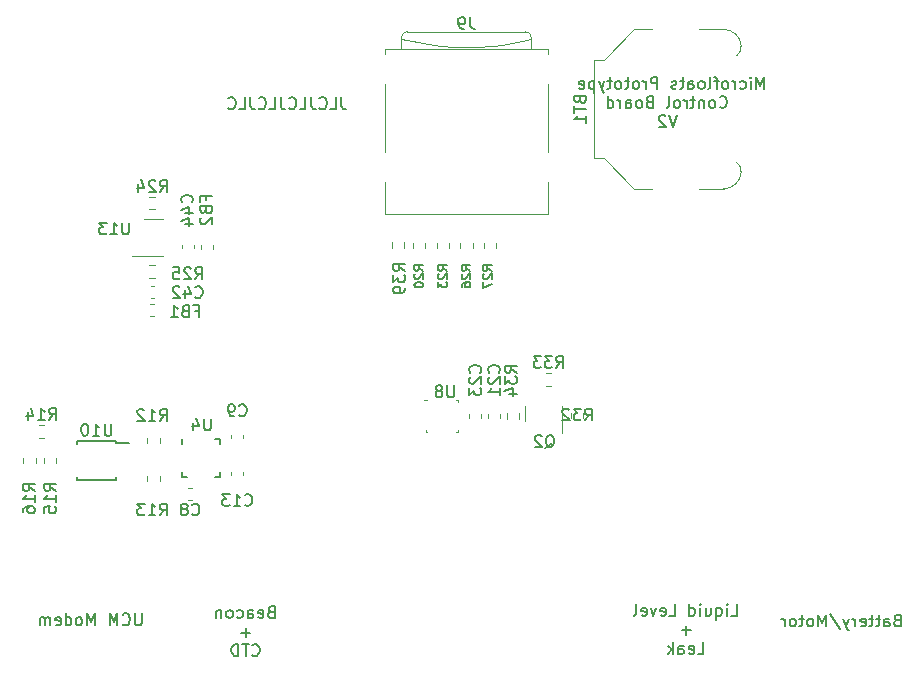
<source format=gbr>
%TF.GenerationSoftware,KiCad,Pcbnew,(6.0.2)*%
%TF.CreationDate,2022-04-01T12:33:14-04:00*%
%TF.ProjectId,ControlBoard,436f6e74-726f-46c4-926f-6172642e6b69,rev?*%
%TF.SameCoordinates,Original*%
%TF.FileFunction,Legend,Bot*%
%TF.FilePolarity,Positive*%
%FSLAX46Y46*%
G04 Gerber Fmt 4.6, Leading zero omitted, Abs format (unit mm)*
G04 Created by KiCad (PCBNEW (6.0.2)) date 2022-04-01 12:33:14*
%MOMM*%
%LPD*%
G01*
G04 APERTURE LIST*
%ADD10C,0.150000*%
%ADD11C,0.120000*%
%ADD12C,0.100000*%
G04 APERTURE END LIST*
D10*
X186466666Y-114528571D02*
X186323809Y-114576190D01*
X186276190Y-114623809D01*
X186228571Y-114719047D01*
X186228571Y-114861904D01*
X186276190Y-114957142D01*
X186323809Y-115004761D01*
X186419047Y-115052380D01*
X186800000Y-115052380D01*
X186800000Y-114052380D01*
X186466666Y-114052380D01*
X186371428Y-114100000D01*
X186323809Y-114147619D01*
X186276190Y-114242857D01*
X186276190Y-114338095D01*
X186323809Y-114433333D01*
X186371428Y-114480952D01*
X186466666Y-114528571D01*
X186800000Y-114528571D01*
X185371428Y-115052380D02*
X185371428Y-114528571D01*
X185419047Y-114433333D01*
X185514285Y-114385714D01*
X185704761Y-114385714D01*
X185800000Y-114433333D01*
X185371428Y-115004761D02*
X185466666Y-115052380D01*
X185704761Y-115052380D01*
X185800000Y-115004761D01*
X185847619Y-114909523D01*
X185847619Y-114814285D01*
X185800000Y-114719047D01*
X185704761Y-114671428D01*
X185466666Y-114671428D01*
X185371428Y-114623809D01*
X185038095Y-114385714D02*
X184657142Y-114385714D01*
X184895238Y-114052380D02*
X184895238Y-114909523D01*
X184847619Y-115004761D01*
X184752380Y-115052380D01*
X184657142Y-115052380D01*
X184466666Y-114385714D02*
X184085714Y-114385714D01*
X184323809Y-114052380D02*
X184323809Y-114909523D01*
X184276190Y-115004761D01*
X184180952Y-115052380D01*
X184085714Y-115052380D01*
X183371428Y-115004761D02*
X183466666Y-115052380D01*
X183657142Y-115052380D01*
X183752380Y-115004761D01*
X183800000Y-114909523D01*
X183800000Y-114528571D01*
X183752380Y-114433333D01*
X183657142Y-114385714D01*
X183466666Y-114385714D01*
X183371428Y-114433333D01*
X183323809Y-114528571D01*
X183323809Y-114623809D01*
X183800000Y-114719047D01*
X182895238Y-115052380D02*
X182895238Y-114385714D01*
X182895238Y-114576190D02*
X182847619Y-114480952D01*
X182800000Y-114433333D01*
X182704761Y-114385714D01*
X182609523Y-114385714D01*
X182371428Y-114385714D02*
X182133333Y-115052380D01*
X181895238Y-114385714D02*
X182133333Y-115052380D01*
X182228571Y-115290476D01*
X182276190Y-115338095D01*
X182371428Y-115385714D01*
X180800000Y-114004761D02*
X181657142Y-115290476D01*
X180466666Y-115052380D02*
X180466666Y-114052380D01*
X180133333Y-114766666D01*
X179800000Y-114052380D01*
X179800000Y-115052380D01*
X179180952Y-115052380D02*
X179276190Y-115004761D01*
X179323809Y-114957142D01*
X179371428Y-114861904D01*
X179371428Y-114576190D01*
X179323809Y-114480952D01*
X179276190Y-114433333D01*
X179180952Y-114385714D01*
X179038095Y-114385714D01*
X178942857Y-114433333D01*
X178895238Y-114480952D01*
X178847619Y-114576190D01*
X178847619Y-114861904D01*
X178895238Y-114957142D01*
X178942857Y-115004761D01*
X179038095Y-115052380D01*
X179180952Y-115052380D01*
X178561904Y-114385714D02*
X178180952Y-114385714D01*
X178419047Y-114052380D02*
X178419047Y-114909523D01*
X178371428Y-115004761D01*
X178276190Y-115052380D01*
X178180952Y-115052380D01*
X177704761Y-115052380D02*
X177800000Y-115004761D01*
X177847619Y-114957142D01*
X177895238Y-114861904D01*
X177895238Y-114576190D01*
X177847619Y-114480952D01*
X177800000Y-114433333D01*
X177704761Y-114385714D01*
X177561904Y-114385714D01*
X177466666Y-114433333D01*
X177419047Y-114480952D01*
X177371428Y-114576190D01*
X177371428Y-114861904D01*
X177419047Y-114957142D01*
X177466666Y-115004761D01*
X177561904Y-115052380D01*
X177704761Y-115052380D01*
X176942857Y-115052380D02*
X176942857Y-114385714D01*
X176942857Y-114576190D02*
X176895238Y-114480952D01*
X176847619Y-114433333D01*
X176752380Y-114385714D01*
X176657142Y-114385714D01*
X139419047Y-70252380D02*
X139419047Y-70966666D01*
X139466666Y-71109523D01*
X139561904Y-71204761D01*
X139704761Y-71252380D01*
X139800000Y-71252380D01*
X138466666Y-71252380D02*
X138942857Y-71252380D01*
X138942857Y-70252380D01*
X137561904Y-71157142D02*
X137609523Y-71204761D01*
X137752380Y-71252380D01*
X137847619Y-71252380D01*
X137990476Y-71204761D01*
X138085714Y-71109523D01*
X138133333Y-71014285D01*
X138180952Y-70823809D01*
X138180952Y-70680952D01*
X138133333Y-70490476D01*
X138085714Y-70395238D01*
X137990476Y-70300000D01*
X137847619Y-70252380D01*
X137752380Y-70252380D01*
X137609523Y-70300000D01*
X137561904Y-70347619D01*
X136847619Y-70252380D02*
X136847619Y-70966666D01*
X136895238Y-71109523D01*
X136990476Y-71204761D01*
X137133333Y-71252380D01*
X137228571Y-71252380D01*
X135895238Y-71252380D02*
X136371428Y-71252380D01*
X136371428Y-70252380D01*
X134990476Y-71157142D02*
X135038095Y-71204761D01*
X135180952Y-71252380D01*
X135276190Y-71252380D01*
X135419047Y-71204761D01*
X135514285Y-71109523D01*
X135561904Y-71014285D01*
X135609523Y-70823809D01*
X135609523Y-70680952D01*
X135561904Y-70490476D01*
X135514285Y-70395238D01*
X135419047Y-70300000D01*
X135276190Y-70252380D01*
X135180952Y-70252380D01*
X135038095Y-70300000D01*
X134990476Y-70347619D01*
X134276190Y-70252380D02*
X134276190Y-70966666D01*
X134323809Y-71109523D01*
X134419047Y-71204761D01*
X134561904Y-71252380D01*
X134657142Y-71252380D01*
X133323809Y-71252380D02*
X133800000Y-71252380D01*
X133800000Y-70252380D01*
X132419047Y-71157142D02*
X132466666Y-71204761D01*
X132609523Y-71252380D01*
X132704761Y-71252380D01*
X132847619Y-71204761D01*
X132942857Y-71109523D01*
X132990476Y-71014285D01*
X133038095Y-70823809D01*
X133038095Y-70680952D01*
X132990476Y-70490476D01*
X132942857Y-70395238D01*
X132847619Y-70300000D01*
X132704761Y-70252380D01*
X132609523Y-70252380D01*
X132466666Y-70300000D01*
X132419047Y-70347619D01*
X131704761Y-70252380D02*
X131704761Y-70966666D01*
X131752380Y-71109523D01*
X131847619Y-71204761D01*
X131990476Y-71252380D01*
X132085714Y-71252380D01*
X130752380Y-71252380D02*
X131228571Y-71252380D01*
X131228571Y-70252380D01*
X129847619Y-71157142D02*
X129895238Y-71204761D01*
X130038095Y-71252380D01*
X130133333Y-71252380D01*
X130276190Y-71204761D01*
X130371428Y-71109523D01*
X130419047Y-71014285D01*
X130466666Y-70823809D01*
X130466666Y-70680952D01*
X130419047Y-70490476D01*
X130371428Y-70395238D01*
X130276190Y-70300000D01*
X130133333Y-70252380D01*
X130038095Y-70252380D01*
X129895238Y-70300000D01*
X129847619Y-70347619D01*
X133442857Y-113818571D02*
X133300000Y-113866190D01*
X133252380Y-113913809D01*
X133204761Y-114009047D01*
X133204761Y-114151904D01*
X133252380Y-114247142D01*
X133300000Y-114294761D01*
X133395238Y-114342380D01*
X133776190Y-114342380D01*
X133776190Y-113342380D01*
X133442857Y-113342380D01*
X133347619Y-113390000D01*
X133300000Y-113437619D01*
X133252380Y-113532857D01*
X133252380Y-113628095D01*
X133300000Y-113723333D01*
X133347619Y-113770952D01*
X133442857Y-113818571D01*
X133776190Y-113818571D01*
X132395238Y-114294761D02*
X132490476Y-114342380D01*
X132680952Y-114342380D01*
X132776190Y-114294761D01*
X132823809Y-114199523D01*
X132823809Y-113818571D01*
X132776190Y-113723333D01*
X132680952Y-113675714D01*
X132490476Y-113675714D01*
X132395238Y-113723333D01*
X132347619Y-113818571D01*
X132347619Y-113913809D01*
X132823809Y-114009047D01*
X131490476Y-114342380D02*
X131490476Y-113818571D01*
X131538095Y-113723333D01*
X131633333Y-113675714D01*
X131823809Y-113675714D01*
X131919047Y-113723333D01*
X131490476Y-114294761D02*
X131585714Y-114342380D01*
X131823809Y-114342380D01*
X131919047Y-114294761D01*
X131966666Y-114199523D01*
X131966666Y-114104285D01*
X131919047Y-114009047D01*
X131823809Y-113961428D01*
X131585714Y-113961428D01*
X131490476Y-113913809D01*
X130585714Y-114294761D02*
X130680952Y-114342380D01*
X130871428Y-114342380D01*
X130966666Y-114294761D01*
X131014285Y-114247142D01*
X131061904Y-114151904D01*
X131061904Y-113866190D01*
X131014285Y-113770952D01*
X130966666Y-113723333D01*
X130871428Y-113675714D01*
X130680952Y-113675714D01*
X130585714Y-113723333D01*
X130014285Y-114342380D02*
X130109523Y-114294761D01*
X130157142Y-114247142D01*
X130204761Y-114151904D01*
X130204761Y-113866190D01*
X130157142Y-113770952D01*
X130109523Y-113723333D01*
X130014285Y-113675714D01*
X129871428Y-113675714D01*
X129776190Y-113723333D01*
X129728571Y-113770952D01*
X129680952Y-113866190D01*
X129680952Y-114151904D01*
X129728571Y-114247142D01*
X129776190Y-114294761D01*
X129871428Y-114342380D01*
X130014285Y-114342380D01*
X129252380Y-113675714D02*
X129252380Y-114342380D01*
X129252380Y-113770952D02*
X129204761Y-113723333D01*
X129109523Y-113675714D01*
X128966666Y-113675714D01*
X128871428Y-113723333D01*
X128823809Y-113818571D01*
X128823809Y-114342380D01*
X131680952Y-115571428D02*
X130919047Y-115571428D01*
X131300000Y-115952380D02*
X131300000Y-115190476D01*
X131871428Y-117467142D02*
X131919047Y-117514761D01*
X132061904Y-117562380D01*
X132157142Y-117562380D01*
X132300000Y-117514761D01*
X132395238Y-117419523D01*
X132442857Y-117324285D01*
X132490476Y-117133809D01*
X132490476Y-116990952D01*
X132442857Y-116800476D01*
X132395238Y-116705238D01*
X132300000Y-116610000D01*
X132157142Y-116562380D01*
X132061904Y-116562380D01*
X131919047Y-116610000D01*
X131871428Y-116657619D01*
X131585714Y-116562380D02*
X131014285Y-116562380D01*
X131300000Y-117562380D02*
X131300000Y-116562380D01*
X130680952Y-117562380D02*
X130680952Y-116562380D01*
X130442857Y-116562380D01*
X130300000Y-116610000D01*
X130204761Y-116705238D01*
X130157142Y-116800476D01*
X130109523Y-116990952D01*
X130109523Y-117133809D01*
X130157142Y-117324285D01*
X130204761Y-117419523D01*
X130300000Y-117514761D01*
X130442857Y-117562380D01*
X130680952Y-117562380D01*
X122509523Y-113952380D02*
X122509523Y-114761904D01*
X122461904Y-114857142D01*
X122414285Y-114904761D01*
X122319047Y-114952380D01*
X122128571Y-114952380D01*
X122033333Y-114904761D01*
X121985714Y-114857142D01*
X121938095Y-114761904D01*
X121938095Y-113952380D01*
X120890476Y-114857142D02*
X120938095Y-114904761D01*
X121080952Y-114952380D01*
X121176190Y-114952380D01*
X121319047Y-114904761D01*
X121414285Y-114809523D01*
X121461904Y-114714285D01*
X121509523Y-114523809D01*
X121509523Y-114380952D01*
X121461904Y-114190476D01*
X121414285Y-114095238D01*
X121319047Y-114000000D01*
X121176190Y-113952380D01*
X121080952Y-113952380D01*
X120938095Y-114000000D01*
X120890476Y-114047619D01*
X120461904Y-114952380D02*
X120461904Y-113952380D01*
X120128571Y-114666666D01*
X119795238Y-113952380D01*
X119795238Y-114952380D01*
X118557142Y-114952380D02*
X118557142Y-113952380D01*
X118223809Y-114666666D01*
X117890476Y-113952380D01*
X117890476Y-114952380D01*
X117271428Y-114952380D02*
X117366666Y-114904761D01*
X117414285Y-114857142D01*
X117461904Y-114761904D01*
X117461904Y-114476190D01*
X117414285Y-114380952D01*
X117366666Y-114333333D01*
X117271428Y-114285714D01*
X117128571Y-114285714D01*
X117033333Y-114333333D01*
X116985714Y-114380952D01*
X116938095Y-114476190D01*
X116938095Y-114761904D01*
X116985714Y-114857142D01*
X117033333Y-114904761D01*
X117128571Y-114952380D01*
X117271428Y-114952380D01*
X116080952Y-114952380D02*
X116080952Y-113952380D01*
X116080952Y-114904761D02*
X116176190Y-114952380D01*
X116366666Y-114952380D01*
X116461904Y-114904761D01*
X116509523Y-114857142D01*
X116557142Y-114761904D01*
X116557142Y-114476190D01*
X116509523Y-114380952D01*
X116461904Y-114333333D01*
X116366666Y-114285714D01*
X116176190Y-114285714D01*
X116080952Y-114333333D01*
X115223809Y-114904761D02*
X115319047Y-114952380D01*
X115509523Y-114952380D01*
X115604761Y-114904761D01*
X115652380Y-114809523D01*
X115652380Y-114428571D01*
X115604761Y-114333333D01*
X115509523Y-114285714D01*
X115319047Y-114285714D01*
X115223809Y-114333333D01*
X115176190Y-114428571D01*
X115176190Y-114523809D01*
X115652380Y-114619047D01*
X114747619Y-114952380D02*
X114747619Y-114285714D01*
X114747619Y-114380952D02*
X114700000Y-114333333D01*
X114604761Y-114285714D01*
X114461904Y-114285714D01*
X114366666Y-114333333D01*
X114319047Y-114428571D01*
X114319047Y-114952380D01*
X114319047Y-114428571D02*
X114271428Y-114333333D01*
X114176190Y-114285714D01*
X114033333Y-114285714D01*
X113938095Y-114333333D01*
X113890476Y-114428571D01*
X113890476Y-114952380D01*
X175214285Y-69542380D02*
X175214285Y-68542380D01*
X174880952Y-69256666D01*
X174547619Y-68542380D01*
X174547619Y-69542380D01*
X174071428Y-69542380D02*
X174071428Y-68875714D01*
X174071428Y-68542380D02*
X174119047Y-68590000D01*
X174071428Y-68637619D01*
X174023809Y-68590000D01*
X174071428Y-68542380D01*
X174071428Y-68637619D01*
X173166666Y-69494761D02*
X173261904Y-69542380D01*
X173452380Y-69542380D01*
X173547619Y-69494761D01*
X173595238Y-69447142D01*
X173642857Y-69351904D01*
X173642857Y-69066190D01*
X173595238Y-68970952D01*
X173547619Y-68923333D01*
X173452380Y-68875714D01*
X173261904Y-68875714D01*
X173166666Y-68923333D01*
X172738095Y-69542380D02*
X172738095Y-68875714D01*
X172738095Y-69066190D02*
X172690476Y-68970952D01*
X172642857Y-68923333D01*
X172547619Y-68875714D01*
X172452380Y-68875714D01*
X171976190Y-69542380D02*
X172071428Y-69494761D01*
X172119047Y-69447142D01*
X172166666Y-69351904D01*
X172166666Y-69066190D01*
X172119047Y-68970952D01*
X172071428Y-68923333D01*
X171976190Y-68875714D01*
X171833333Y-68875714D01*
X171738095Y-68923333D01*
X171690476Y-68970952D01*
X171642857Y-69066190D01*
X171642857Y-69351904D01*
X171690476Y-69447142D01*
X171738095Y-69494761D01*
X171833333Y-69542380D01*
X171976190Y-69542380D01*
X171357142Y-68875714D02*
X170976190Y-68875714D01*
X171214285Y-69542380D02*
X171214285Y-68685238D01*
X171166666Y-68590000D01*
X171071428Y-68542380D01*
X170976190Y-68542380D01*
X170500000Y-69542380D02*
X170595238Y-69494761D01*
X170642857Y-69399523D01*
X170642857Y-68542380D01*
X169976190Y-69542380D02*
X170071428Y-69494761D01*
X170119047Y-69447142D01*
X170166666Y-69351904D01*
X170166666Y-69066190D01*
X170119047Y-68970952D01*
X170071428Y-68923333D01*
X169976190Y-68875714D01*
X169833333Y-68875714D01*
X169738095Y-68923333D01*
X169690476Y-68970952D01*
X169642857Y-69066190D01*
X169642857Y-69351904D01*
X169690476Y-69447142D01*
X169738095Y-69494761D01*
X169833333Y-69542380D01*
X169976190Y-69542380D01*
X168785714Y-69542380D02*
X168785714Y-69018571D01*
X168833333Y-68923333D01*
X168928571Y-68875714D01*
X169119047Y-68875714D01*
X169214285Y-68923333D01*
X168785714Y-69494761D02*
X168880952Y-69542380D01*
X169119047Y-69542380D01*
X169214285Y-69494761D01*
X169261904Y-69399523D01*
X169261904Y-69304285D01*
X169214285Y-69209047D01*
X169119047Y-69161428D01*
X168880952Y-69161428D01*
X168785714Y-69113809D01*
X168452380Y-68875714D02*
X168071428Y-68875714D01*
X168309523Y-68542380D02*
X168309523Y-69399523D01*
X168261904Y-69494761D01*
X168166666Y-69542380D01*
X168071428Y-69542380D01*
X167785714Y-69494761D02*
X167690476Y-69542380D01*
X167500000Y-69542380D01*
X167404761Y-69494761D01*
X167357142Y-69399523D01*
X167357142Y-69351904D01*
X167404761Y-69256666D01*
X167500000Y-69209047D01*
X167642857Y-69209047D01*
X167738095Y-69161428D01*
X167785714Y-69066190D01*
X167785714Y-69018571D01*
X167738095Y-68923333D01*
X167642857Y-68875714D01*
X167500000Y-68875714D01*
X167404761Y-68923333D01*
X166166666Y-69542380D02*
X166166666Y-68542380D01*
X165785714Y-68542380D01*
X165690476Y-68590000D01*
X165642857Y-68637619D01*
X165595238Y-68732857D01*
X165595238Y-68875714D01*
X165642857Y-68970952D01*
X165690476Y-69018571D01*
X165785714Y-69066190D01*
X166166666Y-69066190D01*
X165166666Y-69542380D02*
X165166666Y-68875714D01*
X165166666Y-69066190D02*
X165119047Y-68970952D01*
X165071428Y-68923333D01*
X164976190Y-68875714D01*
X164880952Y-68875714D01*
X164404761Y-69542380D02*
X164500000Y-69494761D01*
X164547619Y-69447142D01*
X164595238Y-69351904D01*
X164595238Y-69066190D01*
X164547619Y-68970952D01*
X164500000Y-68923333D01*
X164404761Y-68875714D01*
X164261904Y-68875714D01*
X164166666Y-68923333D01*
X164119047Y-68970952D01*
X164071428Y-69066190D01*
X164071428Y-69351904D01*
X164119047Y-69447142D01*
X164166666Y-69494761D01*
X164261904Y-69542380D01*
X164404761Y-69542380D01*
X163785714Y-68875714D02*
X163404761Y-68875714D01*
X163642857Y-68542380D02*
X163642857Y-69399523D01*
X163595238Y-69494761D01*
X163500000Y-69542380D01*
X163404761Y-69542380D01*
X162928571Y-69542380D02*
X163023809Y-69494761D01*
X163071428Y-69447142D01*
X163119047Y-69351904D01*
X163119047Y-69066190D01*
X163071428Y-68970952D01*
X163023809Y-68923333D01*
X162928571Y-68875714D01*
X162785714Y-68875714D01*
X162690476Y-68923333D01*
X162642857Y-68970952D01*
X162595238Y-69066190D01*
X162595238Y-69351904D01*
X162642857Y-69447142D01*
X162690476Y-69494761D01*
X162785714Y-69542380D01*
X162928571Y-69542380D01*
X162309523Y-68875714D02*
X161928571Y-68875714D01*
X162166666Y-68542380D02*
X162166666Y-69399523D01*
X162119047Y-69494761D01*
X162023809Y-69542380D01*
X161928571Y-69542380D01*
X161690476Y-68875714D02*
X161452380Y-69542380D01*
X161214285Y-68875714D02*
X161452380Y-69542380D01*
X161547619Y-69780476D01*
X161595238Y-69828095D01*
X161690476Y-69875714D01*
X160833333Y-68875714D02*
X160833333Y-69875714D01*
X160833333Y-68923333D02*
X160738095Y-68875714D01*
X160547619Y-68875714D01*
X160452380Y-68923333D01*
X160404761Y-68970952D01*
X160357142Y-69066190D01*
X160357142Y-69351904D01*
X160404761Y-69447142D01*
X160452380Y-69494761D01*
X160547619Y-69542380D01*
X160738095Y-69542380D01*
X160833333Y-69494761D01*
X159547619Y-69494761D02*
X159642857Y-69542380D01*
X159833333Y-69542380D01*
X159928571Y-69494761D01*
X159976190Y-69399523D01*
X159976190Y-69018571D01*
X159928571Y-68923333D01*
X159833333Y-68875714D01*
X159642857Y-68875714D01*
X159547619Y-68923333D01*
X159500000Y-69018571D01*
X159500000Y-69113809D01*
X159976190Y-69209047D01*
X171452380Y-71057142D02*
X171500000Y-71104761D01*
X171642857Y-71152380D01*
X171738095Y-71152380D01*
X171880952Y-71104761D01*
X171976190Y-71009523D01*
X172023809Y-70914285D01*
X172071428Y-70723809D01*
X172071428Y-70580952D01*
X172023809Y-70390476D01*
X171976190Y-70295238D01*
X171880952Y-70200000D01*
X171738095Y-70152380D01*
X171642857Y-70152380D01*
X171500000Y-70200000D01*
X171452380Y-70247619D01*
X170880952Y-71152380D02*
X170976190Y-71104761D01*
X171023809Y-71057142D01*
X171071428Y-70961904D01*
X171071428Y-70676190D01*
X171023809Y-70580952D01*
X170976190Y-70533333D01*
X170880952Y-70485714D01*
X170738095Y-70485714D01*
X170642857Y-70533333D01*
X170595238Y-70580952D01*
X170547619Y-70676190D01*
X170547619Y-70961904D01*
X170595238Y-71057142D01*
X170642857Y-71104761D01*
X170738095Y-71152380D01*
X170880952Y-71152380D01*
X170119047Y-70485714D02*
X170119047Y-71152380D01*
X170119047Y-70580952D02*
X170071428Y-70533333D01*
X169976190Y-70485714D01*
X169833333Y-70485714D01*
X169738095Y-70533333D01*
X169690476Y-70628571D01*
X169690476Y-71152380D01*
X169357142Y-70485714D02*
X168976190Y-70485714D01*
X169214285Y-70152380D02*
X169214285Y-71009523D01*
X169166666Y-71104761D01*
X169071428Y-71152380D01*
X168976190Y-71152380D01*
X168642857Y-71152380D02*
X168642857Y-70485714D01*
X168642857Y-70676190D02*
X168595238Y-70580952D01*
X168547619Y-70533333D01*
X168452380Y-70485714D01*
X168357142Y-70485714D01*
X167880952Y-71152380D02*
X167976190Y-71104761D01*
X168023809Y-71057142D01*
X168071428Y-70961904D01*
X168071428Y-70676190D01*
X168023809Y-70580952D01*
X167976190Y-70533333D01*
X167880952Y-70485714D01*
X167738095Y-70485714D01*
X167642857Y-70533333D01*
X167595238Y-70580952D01*
X167547619Y-70676190D01*
X167547619Y-70961904D01*
X167595238Y-71057142D01*
X167642857Y-71104761D01*
X167738095Y-71152380D01*
X167880952Y-71152380D01*
X166976190Y-71152380D02*
X167071428Y-71104761D01*
X167119047Y-71009523D01*
X167119047Y-70152380D01*
X165500000Y-70628571D02*
X165357142Y-70676190D01*
X165309523Y-70723809D01*
X165261904Y-70819047D01*
X165261904Y-70961904D01*
X165309523Y-71057142D01*
X165357142Y-71104761D01*
X165452380Y-71152380D01*
X165833333Y-71152380D01*
X165833333Y-70152380D01*
X165500000Y-70152380D01*
X165404761Y-70200000D01*
X165357142Y-70247619D01*
X165309523Y-70342857D01*
X165309523Y-70438095D01*
X165357142Y-70533333D01*
X165404761Y-70580952D01*
X165500000Y-70628571D01*
X165833333Y-70628571D01*
X164690476Y-71152380D02*
X164785714Y-71104761D01*
X164833333Y-71057142D01*
X164880952Y-70961904D01*
X164880952Y-70676190D01*
X164833333Y-70580952D01*
X164785714Y-70533333D01*
X164690476Y-70485714D01*
X164547619Y-70485714D01*
X164452380Y-70533333D01*
X164404761Y-70580952D01*
X164357142Y-70676190D01*
X164357142Y-70961904D01*
X164404761Y-71057142D01*
X164452380Y-71104761D01*
X164547619Y-71152380D01*
X164690476Y-71152380D01*
X163500000Y-71152380D02*
X163500000Y-70628571D01*
X163547619Y-70533333D01*
X163642857Y-70485714D01*
X163833333Y-70485714D01*
X163928571Y-70533333D01*
X163500000Y-71104761D02*
X163595238Y-71152380D01*
X163833333Y-71152380D01*
X163928571Y-71104761D01*
X163976190Y-71009523D01*
X163976190Y-70914285D01*
X163928571Y-70819047D01*
X163833333Y-70771428D01*
X163595238Y-70771428D01*
X163500000Y-70723809D01*
X163023809Y-71152380D02*
X163023809Y-70485714D01*
X163023809Y-70676190D02*
X162976190Y-70580952D01*
X162928571Y-70533333D01*
X162833333Y-70485714D01*
X162738095Y-70485714D01*
X161976190Y-71152380D02*
X161976190Y-70152380D01*
X161976190Y-71104761D02*
X162071428Y-71152380D01*
X162261904Y-71152380D01*
X162357142Y-71104761D01*
X162404761Y-71057142D01*
X162452380Y-70961904D01*
X162452380Y-70676190D01*
X162404761Y-70580952D01*
X162357142Y-70533333D01*
X162261904Y-70485714D01*
X162071428Y-70485714D01*
X161976190Y-70533333D01*
X167809523Y-71762380D02*
X167476190Y-72762380D01*
X167142857Y-71762380D01*
X166857142Y-71857619D02*
X166809523Y-71810000D01*
X166714285Y-71762380D01*
X166476190Y-71762380D01*
X166380952Y-71810000D01*
X166333333Y-71857619D01*
X166285714Y-71952857D01*
X166285714Y-72048095D01*
X166333333Y-72190952D01*
X166904761Y-72762380D01*
X166285714Y-72762380D01*
X172409523Y-114142380D02*
X172885714Y-114142380D01*
X172885714Y-113142380D01*
X172076190Y-114142380D02*
X172076190Y-113475714D01*
X172076190Y-113142380D02*
X172123809Y-113190000D01*
X172076190Y-113237619D01*
X172028571Y-113190000D01*
X172076190Y-113142380D01*
X172076190Y-113237619D01*
X171171428Y-113475714D02*
X171171428Y-114475714D01*
X171171428Y-114094761D02*
X171266666Y-114142380D01*
X171457142Y-114142380D01*
X171552380Y-114094761D01*
X171600000Y-114047142D01*
X171647619Y-113951904D01*
X171647619Y-113666190D01*
X171600000Y-113570952D01*
X171552380Y-113523333D01*
X171457142Y-113475714D01*
X171266666Y-113475714D01*
X171171428Y-113523333D01*
X170266666Y-113475714D02*
X170266666Y-114142380D01*
X170695238Y-113475714D02*
X170695238Y-113999523D01*
X170647619Y-114094761D01*
X170552380Y-114142380D01*
X170409523Y-114142380D01*
X170314285Y-114094761D01*
X170266666Y-114047142D01*
X169790476Y-114142380D02*
X169790476Y-113475714D01*
X169790476Y-113142380D02*
X169838095Y-113190000D01*
X169790476Y-113237619D01*
X169742857Y-113190000D01*
X169790476Y-113142380D01*
X169790476Y-113237619D01*
X168885714Y-114142380D02*
X168885714Y-113142380D01*
X168885714Y-114094761D02*
X168980952Y-114142380D01*
X169171428Y-114142380D01*
X169266666Y-114094761D01*
X169314285Y-114047142D01*
X169361904Y-113951904D01*
X169361904Y-113666190D01*
X169314285Y-113570952D01*
X169266666Y-113523333D01*
X169171428Y-113475714D01*
X168980952Y-113475714D01*
X168885714Y-113523333D01*
X167171428Y-114142380D02*
X167647619Y-114142380D01*
X167647619Y-113142380D01*
X166457142Y-114094761D02*
X166552380Y-114142380D01*
X166742857Y-114142380D01*
X166838095Y-114094761D01*
X166885714Y-113999523D01*
X166885714Y-113618571D01*
X166838095Y-113523333D01*
X166742857Y-113475714D01*
X166552380Y-113475714D01*
X166457142Y-113523333D01*
X166409523Y-113618571D01*
X166409523Y-113713809D01*
X166885714Y-113809047D01*
X166076190Y-113475714D02*
X165838095Y-114142380D01*
X165600000Y-113475714D01*
X164838095Y-114094761D02*
X164933333Y-114142380D01*
X165123809Y-114142380D01*
X165219047Y-114094761D01*
X165266666Y-113999523D01*
X165266666Y-113618571D01*
X165219047Y-113523333D01*
X165123809Y-113475714D01*
X164933333Y-113475714D01*
X164838095Y-113523333D01*
X164790476Y-113618571D01*
X164790476Y-113713809D01*
X165266666Y-113809047D01*
X164219047Y-114142380D02*
X164314285Y-114094761D01*
X164361904Y-113999523D01*
X164361904Y-113142380D01*
X168980952Y-115371428D02*
X168219047Y-115371428D01*
X168600000Y-115752380D02*
X168600000Y-114990476D01*
X169576190Y-117362380D02*
X170052380Y-117362380D01*
X170052380Y-116362380D01*
X168861904Y-117314761D02*
X168957142Y-117362380D01*
X169147619Y-117362380D01*
X169242857Y-117314761D01*
X169290476Y-117219523D01*
X169290476Y-116838571D01*
X169242857Y-116743333D01*
X169147619Y-116695714D01*
X168957142Y-116695714D01*
X168861904Y-116743333D01*
X168814285Y-116838571D01*
X168814285Y-116933809D01*
X169290476Y-117029047D01*
X167957142Y-117362380D02*
X167957142Y-116838571D01*
X168004761Y-116743333D01*
X168100000Y-116695714D01*
X168290476Y-116695714D01*
X168385714Y-116743333D01*
X167957142Y-117314761D02*
X168052380Y-117362380D01*
X168290476Y-117362380D01*
X168385714Y-117314761D01*
X168433333Y-117219523D01*
X168433333Y-117124285D01*
X168385714Y-117029047D01*
X168290476Y-116981428D01*
X168052380Y-116981428D01*
X167957142Y-116933809D01*
X167480952Y-117362380D02*
X167480952Y-116362380D01*
X167385714Y-116981428D02*
X167100000Y-117362380D01*
X167100000Y-116695714D02*
X167480952Y-117076666D01*
%TO.C,C8*%
X126779166Y-105557142D02*
X126826785Y-105604761D01*
X126969642Y-105652380D01*
X127064880Y-105652380D01*
X127207738Y-105604761D01*
X127302976Y-105509523D01*
X127350595Y-105414285D01*
X127398214Y-105223809D01*
X127398214Y-105080952D01*
X127350595Y-104890476D01*
X127302976Y-104795238D01*
X127207738Y-104700000D01*
X127064880Y-104652380D01*
X126969642Y-104652380D01*
X126826785Y-104700000D01*
X126779166Y-104747619D01*
X126207738Y-105080952D02*
X126302976Y-105033333D01*
X126350595Y-104985714D01*
X126398214Y-104890476D01*
X126398214Y-104842857D01*
X126350595Y-104747619D01*
X126302976Y-104700000D01*
X126207738Y-104652380D01*
X126017261Y-104652380D01*
X125922023Y-104700000D01*
X125874404Y-104747619D01*
X125826785Y-104842857D01*
X125826785Y-104890476D01*
X125874404Y-104985714D01*
X125922023Y-105033333D01*
X126017261Y-105080952D01*
X126207738Y-105080952D01*
X126302976Y-105128571D01*
X126350595Y-105176190D01*
X126398214Y-105271428D01*
X126398214Y-105461904D01*
X126350595Y-105557142D01*
X126302976Y-105604761D01*
X126207738Y-105652380D01*
X126017261Y-105652380D01*
X125922023Y-105604761D01*
X125874404Y-105557142D01*
X125826785Y-105461904D01*
X125826785Y-105271428D01*
X125874404Y-105176190D01*
X125922023Y-105128571D01*
X126017261Y-105080952D01*
%TO.C,C9*%
X130766666Y-97157142D02*
X130814285Y-97204761D01*
X130957142Y-97252380D01*
X131052380Y-97252380D01*
X131195238Y-97204761D01*
X131290476Y-97109523D01*
X131338095Y-97014285D01*
X131385714Y-96823809D01*
X131385714Y-96680952D01*
X131338095Y-96490476D01*
X131290476Y-96395238D01*
X131195238Y-96300000D01*
X131052380Y-96252380D01*
X130957142Y-96252380D01*
X130814285Y-96300000D01*
X130766666Y-96347619D01*
X130290476Y-97252380D02*
X130100000Y-97252380D01*
X130004761Y-97204761D01*
X129957142Y-97157142D01*
X129861904Y-97014285D01*
X129814285Y-96823809D01*
X129814285Y-96442857D01*
X129861904Y-96347619D01*
X129909523Y-96300000D01*
X130004761Y-96252380D01*
X130195238Y-96252380D01*
X130290476Y-96300000D01*
X130338095Y-96347619D01*
X130385714Y-96442857D01*
X130385714Y-96680952D01*
X130338095Y-96776190D01*
X130290476Y-96823809D01*
X130195238Y-96871428D01*
X130004761Y-96871428D01*
X129909523Y-96823809D01*
X129861904Y-96776190D01*
X129814285Y-96680952D01*
%TO.C,C13*%
X131242857Y-104757142D02*
X131290476Y-104804761D01*
X131433333Y-104852380D01*
X131528571Y-104852380D01*
X131671428Y-104804761D01*
X131766666Y-104709523D01*
X131814285Y-104614285D01*
X131861904Y-104423809D01*
X131861904Y-104280952D01*
X131814285Y-104090476D01*
X131766666Y-103995238D01*
X131671428Y-103900000D01*
X131528571Y-103852380D01*
X131433333Y-103852380D01*
X131290476Y-103900000D01*
X131242857Y-103947619D01*
X130290476Y-104852380D02*
X130861904Y-104852380D01*
X130576190Y-104852380D02*
X130576190Y-103852380D01*
X130671428Y-103995238D01*
X130766666Y-104090476D01*
X130861904Y-104138095D01*
X129957142Y-103852380D02*
X129338095Y-103852380D01*
X129671428Y-104233333D01*
X129528571Y-104233333D01*
X129433333Y-104280952D01*
X129385714Y-104328571D01*
X129338095Y-104423809D01*
X129338095Y-104661904D01*
X129385714Y-104757142D01*
X129433333Y-104804761D01*
X129528571Y-104852380D01*
X129814285Y-104852380D01*
X129909523Y-104804761D01*
X129957142Y-104757142D01*
%TO.C,C44*%
X126757142Y-79157142D02*
X126804761Y-79109523D01*
X126852380Y-78966666D01*
X126852380Y-78871428D01*
X126804761Y-78728571D01*
X126709523Y-78633333D01*
X126614285Y-78585714D01*
X126423809Y-78538095D01*
X126280952Y-78538095D01*
X126090476Y-78585714D01*
X125995238Y-78633333D01*
X125900000Y-78728571D01*
X125852380Y-78871428D01*
X125852380Y-78966666D01*
X125900000Y-79109523D01*
X125947619Y-79157142D01*
X126185714Y-80014285D02*
X126852380Y-80014285D01*
X125804761Y-79776190D02*
X126519047Y-79538095D01*
X126519047Y-80157142D01*
X126185714Y-80966666D02*
X126852380Y-80966666D01*
X125804761Y-80728571D02*
X126519047Y-80490476D01*
X126519047Y-81109523D01*
%TO.C,FB1*%
X127033333Y-88328571D02*
X127366666Y-88328571D01*
X127366666Y-88852380D02*
X127366666Y-87852380D01*
X126890476Y-87852380D01*
X126176190Y-88328571D02*
X126033333Y-88376190D01*
X125985714Y-88423809D01*
X125938095Y-88519047D01*
X125938095Y-88661904D01*
X125985714Y-88757142D01*
X126033333Y-88804761D01*
X126128571Y-88852380D01*
X126509523Y-88852380D01*
X126509523Y-87852380D01*
X126176190Y-87852380D01*
X126080952Y-87900000D01*
X126033333Y-87947619D01*
X125985714Y-88042857D01*
X125985714Y-88138095D01*
X126033333Y-88233333D01*
X126080952Y-88280952D01*
X126176190Y-88328571D01*
X126509523Y-88328571D01*
X124985714Y-88852380D02*
X125557142Y-88852380D01*
X125271428Y-88852380D02*
X125271428Y-87852380D01*
X125366666Y-87995238D01*
X125461904Y-88090476D01*
X125557142Y-88138095D01*
%TO.C,FB2*%
X127928571Y-78966666D02*
X127928571Y-78633333D01*
X128452380Y-78633333D02*
X127452380Y-78633333D01*
X127452380Y-79109523D01*
X127928571Y-79823809D02*
X127976190Y-79966666D01*
X128023809Y-80014285D01*
X128119047Y-80061904D01*
X128261904Y-80061904D01*
X128357142Y-80014285D01*
X128404761Y-79966666D01*
X128452380Y-79871428D01*
X128452380Y-79490476D01*
X127452380Y-79490476D01*
X127452380Y-79823809D01*
X127500000Y-79919047D01*
X127547619Y-79966666D01*
X127642857Y-80014285D01*
X127738095Y-80014285D01*
X127833333Y-79966666D01*
X127880952Y-79919047D01*
X127928571Y-79823809D01*
X127928571Y-79490476D01*
X127547619Y-80442857D02*
X127500000Y-80490476D01*
X127452380Y-80585714D01*
X127452380Y-80823809D01*
X127500000Y-80919047D01*
X127547619Y-80966666D01*
X127642857Y-81014285D01*
X127738095Y-81014285D01*
X127880952Y-80966666D01*
X128452380Y-80395238D01*
X128452380Y-81014285D01*
%TO.C,Q2*%
X156695238Y-99947619D02*
X156790476Y-99900000D01*
X156885714Y-99804761D01*
X157028571Y-99661904D01*
X157123809Y-99614285D01*
X157219047Y-99614285D01*
X157171428Y-99852380D02*
X157266666Y-99804761D01*
X157361904Y-99709523D01*
X157409523Y-99519047D01*
X157409523Y-99185714D01*
X157361904Y-98995238D01*
X157266666Y-98900000D01*
X157171428Y-98852380D01*
X156980952Y-98852380D01*
X156885714Y-98900000D01*
X156790476Y-98995238D01*
X156742857Y-99185714D01*
X156742857Y-99519047D01*
X156790476Y-99709523D01*
X156885714Y-99804761D01*
X156980952Y-99852380D01*
X157171428Y-99852380D01*
X156361904Y-98947619D02*
X156314285Y-98900000D01*
X156219047Y-98852380D01*
X155980952Y-98852380D01*
X155885714Y-98900000D01*
X155838095Y-98947619D01*
X155790476Y-99042857D01*
X155790476Y-99138095D01*
X155838095Y-99280952D01*
X156409523Y-99852380D01*
X155790476Y-99852380D01*
%TO.C,R14*%
X114680357Y-97572380D02*
X115013690Y-97096190D01*
X115251785Y-97572380D02*
X115251785Y-96572380D01*
X114870833Y-96572380D01*
X114775595Y-96620000D01*
X114727976Y-96667619D01*
X114680357Y-96762857D01*
X114680357Y-96905714D01*
X114727976Y-97000952D01*
X114775595Y-97048571D01*
X114870833Y-97096190D01*
X115251785Y-97096190D01*
X113727976Y-97572380D02*
X114299404Y-97572380D01*
X114013690Y-97572380D02*
X114013690Y-96572380D01*
X114108928Y-96715238D01*
X114204166Y-96810476D01*
X114299404Y-96858095D01*
X112870833Y-96905714D02*
X112870833Y-97572380D01*
X113108928Y-96524761D02*
X113347023Y-97239047D01*
X112727976Y-97239047D01*
%TO.C,R15*%
X115252380Y-103557142D02*
X114776190Y-103223809D01*
X115252380Y-102985714D02*
X114252380Y-102985714D01*
X114252380Y-103366666D01*
X114300000Y-103461904D01*
X114347619Y-103509523D01*
X114442857Y-103557142D01*
X114585714Y-103557142D01*
X114680952Y-103509523D01*
X114728571Y-103461904D01*
X114776190Y-103366666D01*
X114776190Y-102985714D01*
X115252380Y-104509523D02*
X115252380Y-103938095D01*
X115252380Y-104223809D02*
X114252380Y-104223809D01*
X114395238Y-104128571D01*
X114490476Y-104033333D01*
X114538095Y-103938095D01*
X114252380Y-105414285D02*
X114252380Y-104938095D01*
X114728571Y-104890476D01*
X114680952Y-104938095D01*
X114633333Y-105033333D01*
X114633333Y-105271428D01*
X114680952Y-105366666D01*
X114728571Y-105414285D01*
X114823809Y-105461904D01*
X115061904Y-105461904D01*
X115157142Y-105414285D01*
X115204761Y-105366666D01*
X115252380Y-105271428D01*
X115252380Y-105033333D01*
X115204761Y-104938095D01*
X115157142Y-104890476D01*
%TO.C,R16*%
X113452380Y-103557142D02*
X112976190Y-103223809D01*
X113452380Y-102985714D02*
X112452380Y-102985714D01*
X112452380Y-103366666D01*
X112500000Y-103461904D01*
X112547619Y-103509523D01*
X112642857Y-103557142D01*
X112785714Y-103557142D01*
X112880952Y-103509523D01*
X112928571Y-103461904D01*
X112976190Y-103366666D01*
X112976190Y-102985714D01*
X113452380Y-104509523D02*
X113452380Y-103938095D01*
X113452380Y-104223809D02*
X112452380Y-104223809D01*
X112595238Y-104128571D01*
X112690476Y-104033333D01*
X112738095Y-103938095D01*
X112452380Y-105366666D02*
X112452380Y-105176190D01*
X112500000Y-105080952D01*
X112547619Y-105033333D01*
X112690476Y-104938095D01*
X112880952Y-104890476D01*
X113261904Y-104890476D01*
X113357142Y-104938095D01*
X113404761Y-104985714D01*
X113452380Y-105080952D01*
X113452380Y-105271428D01*
X113404761Y-105366666D01*
X113357142Y-105414285D01*
X113261904Y-105461904D01*
X113023809Y-105461904D01*
X112928571Y-105414285D01*
X112880952Y-105366666D01*
X112833333Y-105271428D01*
X112833333Y-105080952D01*
X112880952Y-104985714D01*
X112928571Y-104938095D01*
X113023809Y-104890476D01*
%TO.C,R20*%
X146339285Y-84917857D02*
X145982142Y-84667857D01*
X146339285Y-84489285D02*
X145589285Y-84489285D01*
X145589285Y-84775000D01*
X145625000Y-84846428D01*
X145660714Y-84882142D01*
X145732142Y-84917857D01*
X145839285Y-84917857D01*
X145910714Y-84882142D01*
X145946428Y-84846428D01*
X145982142Y-84775000D01*
X145982142Y-84489285D01*
X145660714Y-85203571D02*
X145625000Y-85239285D01*
X145589285Y-85310714D01*
X145589285Y-85489285D01*
X145625000Y-85560714D01*
X145660714Y-85596428D01*
X145732142Y-85632142D01*
X145803571Y-85632142D01*
X145910714Y-85596428D01*
X146339285Y-85167857D01*
X146339285Y-85632142D01*
X145589285Y-86096428D02*
X145589285Y-86167857D01*
X145625000Y-86239285D01*
X145660714Y-86275000D01*
X145732142Y-86310714D01*
X145875000Y-86346428D01*
X146053571Y-86346428D01*
X146196428Y-86310714D01*
X146267857Y-86275000D01*
X146303571Y-86239285D01*
X146339285Y-86167857D01*
X146339285Y-86096428D01*
X146303571Y-86025000D01*
X146267857Y-85989285D01*
X146196428Y-85953571D01*
X146053571Y-85917857D01*
X145875000Y-85917857D01*
X145732142Y-85953571D01*
X145660714Y-85989285D01*
X145625000Y-86025000D01*
X145589285Y-86096428D01*
%TO.C,R23*%
X148339285Y-84917857D02*
X147982142Y-84667857D01*
X148339285Y-84489285D02*
X147589285Y-84489285D01*
X147589285Y-84775000D01*
X147625000Y-84846428D01*
X147660714Y-84882142D01*
X147732142Y-84917857D01*
X147839285Y-84917857D01*
X147910714Y-84882142D01*
X147946428Y-84846428D01*
X147982142Y-84775000D01*
X147982142Y-84489285D01*
X147660714Y-85203571D02*
X147625000Y-85239285D01*
X147589285Y-85310714D01*
X147589285Y-85489285D01*
X147625000Y-85560714D01*
X147660714Y-85596428D01*
X147732142Y-85632142D01*
X147803571Y-85632142D01*
X147910714Y-85596428D01*
X148339285Y-85167857D01*
X148339285Y-85632142D01*
X147589285Y-85882142D02*
X147589285Y-86346428D01*
X147875000Y-86096428D01*
X147875000Y-86203571D01*
X147910714Y-86275000D01*
X147946428Y-86310714D01*
X148017857Y-86346428D01*
X148196428Y-86346428D01*
X148267857Y-86310714D01*
X148303571Y-86275000D01*
X148339285Y-86203571D01*
X148339285Y-85989285D01*
X148303571Y-85917857D01*
X148267857Y-85882142D01*
%TO.C,R24*%
X124042857Y-78252380D02*
X124376190Y-77776190D01*
X124614285Y-78252380D02*
X124614285Y-77252380D01*
X124233333Y-77252380D01*
X124138095Y-77300000D01*
X124090476Y-77347619D01*
X124042857Y-77442857D01*
X124042857Y-77585714D01*
X124090476Y-77680952D01*
X124138095Y-77728571D01*
X124233333Y-77776190D01*
X124614285Y-77776190D01*
X123661904Y-77347619D02*
X123614285Y-77300000D01*
X123519047Y-77252380D01*
X123280952Y-77252380D01*
X123185714Y-77300000D01*
X123138095Y-77347619D01*
X123090476Y-77442857D01*
X123090476Y-77538095D01*
X123138095Y-77680952D01*
X123709523Y-78252380D01*
X123090476Y-78252380D01*
X122233333Y-77585714D02*
X122233333Y-78252380D01*
X122471428Y-77204761D02*
X122709523Y-77919047D01*
X122090476Y-77919047D01*
%TO.C,R25*%
X127042857Y-85652380D02*
X127376190Y-85176190D01*
X127614285Y-85652380D02*
X127614285Y-84652380D01*
X127233333Y-84652380D01*
X127138095Y-84700000D01*
X127090476Y-84747619D01*
X127042857Y-84842857D01*
X127042857Y-84985714D01*
X127090476Y-85080952D01*
X127138095Y-85128571D01*
X127233333Y-85176190D01*
X127614285Y-85176190D01*
X126661904Y-84747619D02*
X126614285Y-84700000D01*
X126519047Y-84652380D01*
X126280952Y-84652380D01*
X126185714Y-84700000D01*
X126138095Y-84747619D01*
X126090476Y-84842857D01*
X126090476Y-84938095D01*
X126138095Y-85080952D01*
X126709523Y-85652380D01*
X126090476Y-85652380D01*
X125185714Y-84652380D02*
X125661904Y-84652380D01*
X125709523Y-85128571D01*
X125661904Y-85080952D01*
X125566666Y-85033333D01*
X125328571Y-85033333D01*
X125233333Y-85080952D01*
X125185714Y-85128571D01*
X125138095Y-85223809D01*
X125138095Y-85461904D01*
X125185714Y-85557142D01*
X125233333Y-85604761D01*
X125328571Y-85652380D01*
X125566666Y-85652380D01*
X125661904Y-85604761D01*
X125709523Y-85557142D01*
%TO.C,R26*%
X150339285Y-84917857D02*
X149982142Y-84667857D01*
X150339285Y-84489285D02*
X149589285Y-84489285D01*
X149589285Y-84775000D01*
X149625000Y-84846428D01*
X149660714Y-84882142D01*
X149732142Y-84917857D01*
X149839285Y-84917857D01*
X149910714Y-84882142D01*
X149946428Y-84846428D01*
X149982142Y-84775000D01*
X149982142Y-84489285D01*
X149660714Y-85203571D02*
X149625000Y-85239285D01*
X149589285Y-85310714D01*
X149589285Y-85489285D01*
X149625000Y-85560714D01*
X149660714Y-85596428D01*
X149732142Y-85632142D01*
X149803571Y-85632142D01*
X149910714Y-85596428D01*
X150339285Y-85167857D01*
X150339285Y-85632142D01*
X149589285Y-86275000D02*
X149589285Y-86132142D01*
X149625000Y-86060714D01*
X149660714Y-86025000D01*
X149767857Y-85953571D01*
X149910714Y-85917857D01*
X150196428Y-85917857D01*
X150267857Y-85953571D01*
X150303571Y-85989285D01*
X150339285Y-86060714D01*
X150339285Y-86203571D01*
X150303571Y-86275000D01*
X150267857Y-86310714D01*
X150196428Y-86346428D01*
X150017857Y-86346428D01*
X149946428Y-86310714D01*
X149910714Y-86275000D01*
X149875000Y-86203571D01*
X149875000Y-86060714D01*
X149910714Y-85989285D01*
X149946428Y-85953571D01*
X150017857Y-85917857D01*
%TO.C,R27*%
X152139285Y-84917857D02*
X151782142Y-84667857D01*
X152139285Y-84489285D02*
X151389285Y-84489285D01*
X151389285Y-84775000D01*
X151425000Y-84846428D01*
X151460714Y-84882142D01*
X151532142Y-84917857D01*
X151639285Y-84917857D01*
X151710714Y-84882142D01*
X151746428Y-84846428D01*
X151782142Y-84775000D01*
X151782142Y-84489285D01*
X151460714Y-85203571D02*
X151425000Y-85239285D01*
X151389285Y-85310714D01*
X151389285Y-85489285D01*
X151425000Y-85560714D01*
X151460714Y-85596428D01*
X151532142Y-85632142D01*
X151603571Y-85632142D01*
X151710714Y-85596428D01*
X152139285Y-85167857D01*
X152139285Y-85632142D01*
X151389285Y-85882142D02*
X151389285Y-86382142D01*
X152139285Y-86060714D01*
%TO.C,R33*%
X157592857Y-93172380D02*
X157926190Y-92696190D01*
X158164285Y-93172380D02*
X158164285Y-92172380D01*
X157783333Y-92172380D01*
X157688095Y-92220000D01*
X157640476Y-92267619D01*
X157592857Y-92362857D01*
X157592857Y-92505714D01*
X157640476Y-92600952D01*
X157688095Y-92648571D01*
X157783333Y-92696190D01*
X158164285Y-92696190D01*
X157259523Y-92172380D02*
X156640476Y-92172380D01*
X156973809Y-92553333D01*
X156830952Y-92553333D01*
X156735714Y-92600952D01*
X156688095Y-92648571D01*
X156640476Y-92743809D01*
X156640476Y-92981904D01*
X156688095Y-93077142D01*
X156735714Y-93124761D01*
X156830952Y-93172380D01*
X157116666Y-93172380D01*
X157211904Y-93124761D01*
X157259523Y-93077142D01*
X156307142Y-92172380D02*
X155688095Y-92172380D01*
X156021428Y-92553333D01*
X155878571Y-92553333D01*
X155783333Y-92600952D01*
X155735714Y-92648571D01*
X155688095Y-92743809D01*
X155688095Y-92981904D01*
X155735714Y-93077142D01*
X155783333Y-93124761D01*
X155878571Y-93172380D01*
X156164285Y-93172380D01*
X156259523Y-93124761D01*
X156307142Y-93077142D01*
%TO.C,R34*%
X154252380Y-93557142D02*
X153776190Y-93223809D01*
X154252380Y-92985714D02*
X153252380Y-92985714D01*
X153252380Y-93366666D01*
X153300000Y-93461904D01*
X153347619Y-93509523D01*
X153442857Y-93557142D01*
X153585714Y-93557142D01*
X153680952Y-93509523D01*
X153728571Y-93461904D01*
X153776190Y-93366666D01*
X153776190Y-92985714D01*
X153252380Y-93890476D02*
X153252380Y-94509523D01*
X153633333Y-94176190D01*
X153633333Y-94319047D01*
X153680952Y-94414285D01*
X153728571Y-94461904D01*
X153823809Y-94509523D01*
X154061904Y-94509523D01*
X154157142Y-94461904D01*
X154204761Y-94414285D01*
X154252380Y-94319047D01*
X154252380Y-94033333D01*
X154204761Y-93938095D01*
X154157142Y-93890476D01*
X153585714Y-95366666D02*
X154252380Y-95366666D01*
X153204761Y-95128571D02*
X153919047Y-94890476D01*
X153919047Y-95509523D01*
%TO.C,U4*%
X128361904Y-97452380D02*
X128361904Y-98261904D01*
X128314285Y-98357142D01*
X128266666Y-98404761D01*
X128171428Y-98452380D01*
X127980952Y-98452380D01*
X127885714Y-98404761D01*
X127838095Y-98357142D01*
X127790476Y-98261904D01*
X127790476Y-97452380D01*
X126885714Y-97785714D02*
X126885714Y-98452380D01*
X127123809Y-97404761D02*
X127361904Y-98119047D01*
X126742857Y-98119047D01*
%TO.C,U10*%
X119938095Y-97902380D02*
X119938095Y-98711904D01*
X119890476Y-98807142D01*
X119842857Y-98854761D01*
X119747619Y-98902380D01*
X119557142Y-98902380D01*
X119461904Y-98854761D01*
X119414285Y-98807142D01*
X119366666Y-98711904D01*
X119366666Y-97902380D01*
X118366666Y-98902380D02*
X118938095Y-98902380D01*
X118652380Y-98902380D02*
X118652380Y-97902380D01*
X118747619Y-98045238D01*
X118842857Y-98140476D01*
X118938095Y-98188095D01*
X117747619Y-97902380D02*
X117652380Y-97902380D01*
X117557142Y-97950000D01*
X117509523Y-97997619D01*
X117461904Y-98092857D01*
X117414285Y-98283333D01*
X117414285Y-98521428D01*
X117461904Y-98711904D01*
X117509523Y-98807142D01*
X117557142Y-98854761D01*
X117652380Y-98902380D01*
X117747619Y-98902380D01*
X117842857Y-98854761D01*
X117890476Y-98807142D01*
X117938095Y-98711904D01*
X117985714Y-98521428D01*
X117985714Y-98283333D01*
X117938095Y-98092857D01*
X117890476Y-97997619D01*
X117842857Y-97950000D01*
X117747619Y-97902380D01*
%TO.C,U13*%
X121438095Y-80852380D02*
X121438095Y-81661904D01*
X121390476Y-81757142D01*
X121342857Y-81804761D01*
X121247619Y-81852380D01*
X121057142Y-81852380D01*
X120961904Y-81804761D01*
X120914285Y-81757142D01*
X120866666Y-81661904D01*
X120866666Y-80852380D01*
X119866666Y-81852380D02*
X120438095Y-81852380D01*
X120152380Y-81852380D02*
X120152380Y-80852380D01*
X120247619Y-80995238D01*
X120342857Y-81090476D01*
X120438095Y-81138095D01*
X119533333Y-80852380D02*
X118914285Y-80852380D01*
X119247619Y-81233333D01*
X119104761Y-81233333D01*
X119009523Y-81280952D01*
X118961904Y-81328571D01*
X118914285Y-81423809D01*
X118914285Y-81661904D01*
X118961904Y-81757142D01*
X119009523Y-81804761D01*
X119104761Y-81852380D01*
X119390476Y-81852380D01*
X119485714Y-81804761D01*
X119533333Y-81757142D01*
%TO.C,R13*%
X124042857Y-105652380D02*
X124376190Y-105176190D01*
X124614285Y-105652380D02*
X124614285Y-104652380D01*
X124233333Y-104652380D01*
X124138095Y-104700000D01*
X124090476Y-104747619D01*
X124042857Y-104842857D01*
X124042857Y-104985714D01*
X124090476Y-105080952D01*
X124138095Y-105128571D01*
X124233333Y-105176190D01*
X124614285Y-105176190D01*
X123090476Y-105652380D02*
X123661904Y-105652380D01*
X123376190Y-105652380D02*
X123376190Y-104652380D01*
X123471428Y-104795238D01*
X123566666Y-104890476D01*
X123661904Y-104938095D01*
X122757142Y-104652380D02*
X122138095Y-104652380D01*
X122471428Y-105033333D01*
X122328571Y-105033333D01*
X122233333Y-105080952D01*
X122185714Y-105128571D01*
X122138095Y-105223809D01*
X122138095Y-105461904D01*
X122185714Y-105557142D01*
X122233333Y-105604761D01*
X122328571Y-105652380D01*
X122614285Y-105652380D01*
X122709523Y-105604761D01*
X122757142Y-105557142D01*
%TO.C,R12*%
X124042857Y-97652380D02*
X124376190Y-97176190D01*
X124614285Y-97652380D02*
X124614285Y-96652380D01*
X124233333Y-96652380D01*
X124138095Y-96700000D01*
X124090476Y-96747619D01*
X124042857Y-96842857D01*
X124042857Y-96985714D01*
X124090476Y-97080952D01*
X124138095Y-97128571D01*
X124233333Y-97176190D01*
X124614285Y-97176190D01*
X123090476Y-97652380D02*
X123661904Y-97652380D01*
X123376190Y-97652380D02*
X123376190Y-96652380D01*
X123471428Y-96795238D01*
X123566666Y-96890476D01*
X123661904Y-96938095D01*
X122709523Y-96747619D02*
X122661904Y-96700000D01*
X122566666Y-96652380D01*
X122328571Y-96652380D01*
X122233333Y-96700000D01*
X122185714Y-96747619D01*
X122138095Y-96842857D01*
X122138095Y-96938095D01*
X122185714Y-97080952D01*
X122757142Y-97652380D01*
X122138095Y-97652380D01*
%TO.C,BT1*%
X159609571Y-70461285D02*
X159657190Y-70604142D01*
X159704809Y-70651761D01*
X159800047Y-70699380D01*
X159942904Y-70699380D01*
X160038142Y-70651761D01*
X160085761Y-70604142D01*
X160133380Y-70508904D01*
X160133380Y-70127952D01*
X159133380Y-70127952D01*
X159133380Y-70461285D01*
X159181000Y-70556523D01*
X159228619Y-70604142D01*
X159323857Y-70651761D01*
X159419095Y-70651761D01*
X159514333Y-70604142D01*
X159561952Y-70556523D01*
X159609571Y-70461285D01*
X159609571Y-70127952D01*
X159133380Y-70985095D02*
X159133380Y-71556523D01*
X160133380Y-71270809D02*
X159133380Y-71270809D01*
X160133380Y-72413666D02*
X160133380Y-71842238D01*
X160133380Y-72127952D02*
X159133380Y-72127952D01*
X159276238Y-72032714D01*
X159371476Y-71937476D01*
X159419095Y-71842238D01*
%TO.C,R32*%
X160027857Y-97607380D02*
X160361190Y-97131190D01*
X160599285Y-97607380D02*
X160599285Y-96607380D01*
X160218333Y-96607380D01*
X160123095Y-96655000D01*
X160075476Y-96702619D01*
X160027857Y-96797857D01*
X160027857Y-96940714D01*
X160075476Y-97035952D01*
X160123095Y-97083571D01*
X160218333Y-97131190D01*
X160599285Y-97131190D01*
X159694523Y-96607380D02*
X159075476Y-96607380D01*
X159408809Y-96988333D01*
X159265952Y-96988333D01*
X159170714Y-97035952D01*
X159123095Y-97083571D01*
X159075476Y-97178809D01*
X159075476Y-97416904D01*
X159123095Y-97512142D01*
X159170714Y-97559761D01*
X159265952Y-97607380D01*
X159551666Y-97607380D01*
X159646904Y-97559761D01*
X159694523Y-97512142D01*
X158694523Y-96702619D02*
X158646904Y-96655000D01*
X158551666Y-96607380D01*
X158313571Y-96607380D01*
X158218333Y-96655000D01*
X158170714Y-96702619D01*
X158123095Y-96797857D01*
X158123095Y-96893095D01*
X158170714Y-97035952D01*
X158742142Y-97607380D01*
X158123095Y-97607380D01*
%TO.C,C42*%
X127042857Y-87157142D02*
X127090476Y-87204761D01*
X127233333Y-87252380D01*
X127328571Y-87252380D01*
X127471428Y-87204761D01*
X127566666Y-87109523D01*
X127614285Y-87014285D01*
X127661904Y-86823809D01*
X127661904Y-86680952D01*
X127614285Y-86490476D01*
X127566666Y-86395238D01*
X127471428Y-86300000D01*
X127328571Y-86252380D01*
X127233333Y-86252380D01*
X127090476Y-86300000D01*
X127042857Y-86347619D01*
X126185714Y-86585714D02*
X126185714Y-87252380D01*
X126423809Y-86204761D02*
X126661904Y-86919047D01*
X126042857Y-86919047D01*
X125709523Y-86347619D02*
X125661904Y-86300000D01*
X125566666Y-86252380D01*
X125328571Y-86252380D01*
X125233333Y-86300000D01*
X125185714Y-86347619D01*
X125138095Y-86442857D01*
X125138095Y-86538095D01*
X125185714Y-86680952D01*
X125757142Y-87252380D01*
X125138095Y-87252380D01*
%TO.C,C21*%
X152757142Y-93557142D02*
X152804761Y-93509523D01*
X152852380Y-93366666D01*
X152852380Y-93271428D01*
X152804761Y-93128571D01*
X152709523Y-93033333D01*
X152614285Y-92985714D01*
X152423809Y-92938095D01*
X152280952Y-92938095D01*
X152090476Y-92985714D01*
X151995238Y-93033333D01*
X151900000Y-93128571D01*
X151852380Y-93271428D01*
X151852380Y-93366666D01*
X151900000Y-93509523D01*
X151947619Y-93557142D01*
X151947619Y-93938095D02*
X151900000Y-93985714D01*
X151852380Y-94080952D01*
X151852380Y-94319047D01*
X151900000Y-94414285D01*
X151947619Y-94461904D01*
X152042857Y-94509523D01*
X152138095Y-94509523D01*
X152280952Y-94461904D01*
X152852380Y-93890476D01*
X152852380Y-94509523D01*
X152852380Y-95461904D02*
X152852380Y-94890476D01*
X152852380Y-95176190D02*
X151852380Y-95176190D01*
X151995238Y-95080952D01*
X152090476Y-94985714D01*
X152138095Y-94890476D01*
%TO.C,U8*%
X148961904Y-94652380D02*
X148961904Y-95461904D01*
X148914285Y-95557142D01*
X148866666Y-95604761D01*
X148771428Y-95652380D01*
X148580952Y-95652380D01*
X148485714Y-95604761D01*
X148438095Y-95557142D01*
X148390476Y-95461904D01*
X148390476Y-94652380D01*
X147771428Y-95080952D02*
X147866666Y-95033333D01*
X147914285Y-94985714D01*
X147961904Y-94890476D01*
X147961904Y-94842857D01*
X147914285Y-94747619D01*
X147866666Y-94700000D01*
X147771428Y-94652380D01*
X147580952Y-94652380D01*
X147485714Y-94700000D01*
X147438095Y-94747619D01*
X147390476Y-94842857D01*
X147390476Y-94890476D01*
X147438095Y-94985714D01*
X147485714Y-95033333D01*
X147580952Y-95080952D01*
X147771428Y-95080952D01*
X147866666Y-95128571D01*
X147914285Y-95176190D01*
X147961904Y-95271428D01*
X147961904Y-95461904D01*
X147914285Y-95557142D01*
X147866666Y-95604761D01*
X147771428Y-95652380D01*
X147580952Y-95652380D01*
X147485714Y-95604761D01*
X147438095Y-95557142D01*
X147390476Y-95461904D01*
X147390476Y-95271428D01*
X147438095Y-95176190D01*
X147485714Y-95128571D01*
X147580952Y-95080952D01*
%TO.C,C23*%
X151157142Y-93557142D02*
X151204761Y-93509523D01*
X151252380Y-93366666D01*
X151252380Y-93271428D01*
X151204761Y-93128571D01*
X151109523Y-93033333D01*
X151014285Y-92985714D01*
X150823809Y-92938095D01*
X150680952Y-92938095D01*
X150490476Y-92985714D01*
X150395238Y-93033333D01*
X150300000Y-93128571D01*
X150252380Y-93271428D01*
X150252380Y-93366666D01*
X150300000Y-93509523D01*
X150347619Y-93557142D01*
X150347619Y-93938095D02*
X150300000Y-93985714D01*
X150252380Y-94080952D01*
X150252380Y-94319047D01*
X150300000Y-94414285D01*
X150347619Y-94461904D01*
X150442857Y-94509523D01*
X150538095Y-94509523D01*
X150680952Y-94461904D01*
X151252380Y-93890476D01*
X151252380Y-94509523D01*
X150252380Y-94842857D02*
X150252380Y-95461904D01*
X150633333Y-95128571D01*
X150633333Y-95271428D01*
X150680952Y-95366666D01*
X150728571Y-95414285D01*
X150823809Y-95461904D01*
X151061904Y-95461904D01*
X151157142Y-95414285D01*
X151204761Y-95366666D01*
X151252380Y-95271428D01*
X151252380Y-94985714D01*
X151204761Y-94890476D01*
X151157142Y-94842857D01*
%TO.C,J9*%
X150333333Y-63462380D02*
X150333333Y-64176666D01*
X150380952Y-64319523D01*
X150476190Y-64414761D01*
X150619047Y-64462380D01*
X150714285Y-64462380D01*
X149809523Y-64462380D02*
X149619047Y-64462380D01*
X149523809Y-64414761D01*
X149476190Y-64367142D01*
X149380952Y-64224285D01*
X149333333Y-64033809D01*
X149333333Y-63652857D01*
X149380952Y-63557619D01*
X149428571Y-63510000D01*
X149523809Y-63462380D01*
X149714285Y-63462380D01*
X149809523Y-63510000D01*
X149857142Y-63557619D01*
X149904761Y-63652857D01*
X149904761Y-63890952D01*
X149857142Y-63986190D01*
X149809523Y-64033809D01*
X149714285Y-64081428D01*
X149523809Y-64081428D01*
X149428571Y-64033809D01*
X149380952Y-63986190D01*
X149333333Y-63890952D01*
%TO.C,R39*%
X144792380Y-84947142D02*
X144316190Y-84613809D01*
X144792380Y-84375714D02*
X143792380Y-84375714D01*
X143792380Y-84756666D01*
X143840000Y-84851904D01*
X143887619Y-84899523D01*
X143982857Y-84947142D01*
X144125714Y-84947142D01*
X144220952Y-84899523D01*
X144268571Y-84851904D01*
X144316190Y-84756666D01*
X144316190Y-84375714D01*
X143792380Y-85280476D02*
X143792380Y-85899523D01*
X144173333Y-85566190D01*
X144173333Y-85709047D01*
X144220952Y-85804285D01*
X144268571Y-85851904D01*
X144363809Y-85899523D01*
X144601904Y-85899523D01*
X144697142Y-85851904D01*
X144744761Y-85804285D01*
X144792380Y-85709047D01*
X144792380Y-85423333D01*
X144744761Y-85328095D01*
X144697142Y-85280476D01*
X144792380Y-86375714D02*
X144792380Y-86566190D01*
X144744761Y-86661428D01*
X144697142Y-86709047D01*
X144554285Y-86804285D01*
X144363809Y-86851904D01*
X143982857Y-86851904D01*
X143887619Y-86804285D01*
X143840000Y-86756666D01*
X143792380Y-86661428D01*
X143792380Y-86470952D01*
X143840000Y-86375714D01*
X143887619Y-86328095D01*
X143982857Y-86280476D01*
X144220952Y-86280476D01*
X144316190Y-86328095D01*
X144363809Y-86375714D01*
X144411428Y-86470952D01*
X144411428Y-86661428D01*
X144363809Y-86756666D01*
X144316190Y-86804285D01*
X144220952Y-86851904D01*
D11*
%TO.C,C8*%
X126753080Y-104310000D02*
X126471920Y-104310000D01*
X126753080Y-103290000D02*
X126471920Y-103290000D01*
%TO.C,C9*%
X131110000Y-99103080D02*
X131110000Y-98821920D01*
X130090000Y-99103080D02*
X130090000Y-98821920D01*
%TO.C,C13*%
X130090000Y-101971920D02*
X130090000Y-102253080D01*
X131110000Y-101971920D02*
X131110000Y-102253080D01*
%TO.C,C44*%
X126910000Y-82759420D02*
X126910000Y-83040580D01*
X125890000Y-82759420D02*
X125890000Y-83040580D01*
%TO.C,FB1*%
X123562779Y-88810000D02*
X123237221Y-88810000D01*
X123562779Y-87790000D02*
X123237221Y-87790000D01*
%TO.C,FB2*%
X128510000Y-83062779D02*
X128510000Y-82737221D01*
X127490000Y-83062779D02*
X127490000Y-82737221D01*
%TO.C,Q2*%
X158110000Y-97000000D02*
X158110000Y-96350000D01*
X154990000Y-97000000D02*
X154990000Y-96350000D01*
X154990000Y-97000000D02*
X154990000Y-97650000D01*
X158110000Y-97000000D02*
X158110000Y-98675000D01*
%TO.C,R14*%
X114274758Y-99072500D02*
X113800242Y-99072500D01*
X114274758Y-98027500D02*
X113800242Y-98027500D01*
%TO.C,R15*%
X114227500Y-100775242D02*
X114227500Y-101249758D01*
X115272500Y-100775242D02*
X115272500Y-101249758D01*
%TO.C,R16*%
X112477500Y-100775242D02*
X112477500Y-101249758D01*
X113522500Y-100775242D02*
X113522500Y-101249758D01*
%TO.C,R20*%
X145477500Y-83024758D02*
X145477500Y-82550242D01*
X146522500Y-83024758D02*
X146522500Y-82550242D01*
%TO.C,R23*%
X148522500Y-83024758D02*
X148522500Y-82550242D01*
X147477500Y-83024758D02*
X147477500Y-82550242D01*
%TO.C,R24*%
X123162742Y-79722500D02*
X123637258Y-79722500D01*
X123162742Y-78677500D02*
X123637258Y-78677500D01*
%TO.C,R25*%
X123637258Y-84477500D02*
X123162742Y-84477500D01*
X123637258Y-85522500D02*
X123162742Y-85522500D01*
%TO.C,R26*%
X150522500Y-83024758D02*
X150522500Y-82550242D01*
X149477500Y-83024758D02*
X149477500Y-82550242D01*
%TO.C,R27*%
X151477500Y-83024758D02*
X151477500Y-82550242D01*
X152522500Y-83024758D02*
X152522500Y-82550242D01*
%TO.C,R33*%
X157187258Y-93627500D02*
X156712742Y-93627500D01*
X157187258Y-94672500D02*
X156712742Y-94672500D01*
%TO.C,R34*%
X153427500Y-96975242D02*
X153427500Y-97449758D01*
X154472500Y-96975242D02*
X154472500Y-97449758D01*
D10*
%TO.C,U4*%
X129150000Y-102400000D02*
X129150000Y-102000000D01*
X125950000Y-102400000D02*
X126350000Y-102400000D01*
X125950000Y-99200000D02*
X125950000Y-99600000D01*
X129150000Y-102400000D02*
X128750000Y-102400000D01*
X129150000Y-99200000D02*
X128750000Y-99200000D01*
X125950000Y-102400000D02*
X125950000Y-102000000D01*
X129150000Y-99200000D02*
X129150000Y-99600000D01*
%TO.C,U10*%
X120325000Y-99375000D02*
X120325000Y-99500000D01*
X120325000Y-102625000D02*
X120325000Y-102400000D01*
X117075000Y-102625000D02*
X117075000Y-102400000D01*
X120325000Y-102625000D02*
X117075000Y-102625000D01*
X120325000Y-99500000D02*
X121400000Y-99500000D01*
X117075000Y-99375000D02*
X117075000Y-99600000D01*
X120325000Y-99375000D02*
X117075000Y-99375000D01*
D11*
%TO.C,U13*%
X123500000Y-83660000D02*
X121700000Y-83660000D01*
X123500000Y-83660000D02*
X124300000Y-83660000D01*
X123500000Y-80540000D02*
X122700000Y-80540000D01*
X123500000Y-80540000D02*
X124300000Y-80540000D01*
%TO.C,R13*%
X122977500Y-102300242D02*
X122977500Y-102774758D01*
X124022500Y-102300242D02*
X124022500Y-102774758D01*
%TO.C,R12*%
X124022500Y-99549758D02*
X124022500Y-99075242D01*
X122977500Y-99549758D02*
X122977500Y-99075242D01*
%TO.C,BT1*%
X169681000Y-64497000D02*
X171781000Y-64497000D01*
X169681000Y-77997000D02*
X171781000Y-77997000D01*
X164231000Y-64497000D02*
X161631000Y-67097000D01*
X165681000Y-64497000D02*
X164231000Y-64497000D01*
X164231000Y-77997000D02*
X165681000Y-77997000D01*
X161631000Y-67097000D02*
X160831000Y-67097000D01*
X161631000Y-75397000D02*
X164231000Y-77997000D01*
X160831000Y-75397000D02*
X161631000Y-75397000D01*
X160831000Y-67097000D02*
X160831000Y-75397000D01*
X172881000Y-66747000D02*
G75*
G03*
X173265160Y-65832385I-600001J790000D01*
G01*
X173281000Y-65947000D02*
G75*
G03*
X171731000Y-64497000I-1499999J-49999D01*
G01*
X173265160Y-76661615D02*
G75*
G03*
X172881000Y-75747000I-984161J124615D01*
G01*
X171731000Y-77997000D02*
G75*
G03*
X173281000Y-76547000I50001J1499999D01*
G01*
%TO.C,R32*%
X159872500Y-96962742D02*
X159872500Y-97437258D01*
X158827500Y-96962742D02*
X158827500Y-97437258D01*
%TO.C,C42*%
X123540580Y-86190000D02*
X123259420Y-86190000D01*
X123540580Y-87210000D02*
X123259420Y-87210000D01*
%TO.C,C21*%
X151790000Y-97096920D02*
X151790000Y-97378080D01*
X152810000Y-97096920D02*
X152810000Y-97378080D01*
D12*
%TO.C,U8*%
X146700000Y-95900000D02*
X146450000Y-95900000D01*
X149250000Y-95900000D02*
X149100000Y-95900000D01*
X146550000Y-98600000D02*
X146700000Y-98600000D01*
X149250000Y-98600000D02*
X149250000Y-98450000D01*
X149260000Y-95900000D02*
X149260000Y-96050000D01*
X146550000Y-98450000D02*
X146550000Y-98600000D01*
X149250000Y-98600000D02*
X149100000Y-98600000D01*
D11*
%TO.C,C23*%
X150190000Y-97096920D02*
X150190000Y-97378080D01*
X151210000Y-97096920D02*
X151210000Y-97378080D01*
%TO.C,J9*%
X144500000Y-66190000D02*
X144500000Y-65190000D01*
X149100000Y-65990000D02*
X147800000Y-65890000D01*
X156910000Y-69110000D02*
X156910000Y-74890000D01*
X155500000Y-66190000D02*
X155500000Y-65190000D01*
X152200000Y-65890000D02*
X150900000Y-65990000D01*
X145000000Y-65390000D02*
X144500000Y-65290000D01*
X143090000Y-77410000D02*
X143090000Y-80110000D01*
X143090000Y-69110000D02*
X143090000Y-74890000D01*
X156910000Y-66190000D02*
X156910000Y-66590000D01*
X147800000Y-65890000D02*
X146300000Y-65690000D01*
X153000000Y-65790000D02*
X152200000Y-65890000D01*
X154700000Y-65490000D02*
X153000000Y-65790000D01*
X155500000Y-65290000D02*
X154700000Y-65490000D01*
X146300000Y-65690000D02*
X145000000Y-65390000D01*
X143090000Y-66190000D02*
X143090000Y-66590000D01*
X156910000Y-66190000D02*
X143090000Y-66190000D01*
X150900000Y-65990000D02*
X149100000Y-65990000D01*
X156910000Y-77410000D02*
X156910000Y-80110000D01*
X155000000Y-64690000D02*
X145000000Y-64690000D01*
X143090000Y-80110000D02*
X156910000Y-80110000D01*
X155500000Y-65190000D02*
G75*
G03*
X155000000Y-64690000I-500001J-1D01*
G01*
X145000000Y-64690000D02*
G75*
G03*
X144500000Y-65190000I1J-500001D01*
G01*
%TO.C,R39*%
X144752500Y-83007258D02*
X144752500Y-82532742D01*
X143707500Y-83007258D02*
X143707500Y-82532742D01*
%TD*%
M02*

</source>
